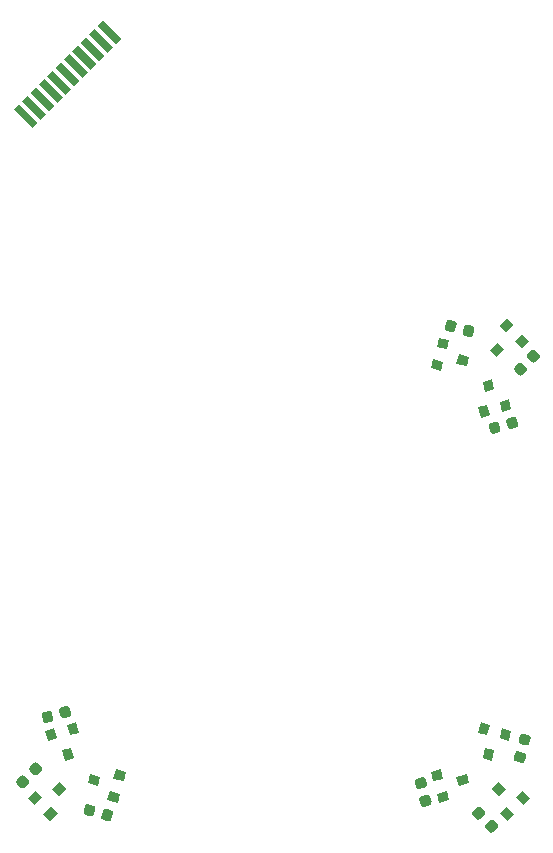
<source format=gbr>
%TF.GenerationSoftware,KiCad,Pcbnew,(5.1.10-1-10_14)*%
%TF.CreationDate,2021-10-31T06:09:43-07:00*%
%TF.ProjectId,o6DOFc_flex_pcb,6f36444f-4663-45f6-966c-65785f706362,rev?*%
%TF.SameCoordinates,Original*%
%TF.FileFunction,Paste,Top*%
%TF.FilePolarity,Positive*%
%FSLAX46Y46*%
G04 Gerber Fmt 4.6, Leading zero omitted, Abs format (unit mm)*
G04 Created by KiCad (PCBNEW (5.1.10-1-10_14)) date 2021-10-31 06:09:43*
%MOMM*%
%LPD*%
G01*
G04 APERTURE LIST*
%ADD10C,0.100000*%
G04 APERTURE END LIST*
D10*
%TO.C,U10*%
G36*
X67676919Y-29721232D02*
G01*
X69253767Y-31298080D01*
X68794147Y-31757700D01*
X67217299Y-30180852D01*
X67676919Y-29721232D01*
G37*
G36*
X66969813Y-30428339D02*
G01*
X68546661Y-32005187D01*
X68087041Y-32464807D01*
X66510193Y-30887959D01*
X66969813Y-30428339D01*
G37*
G36*
X66262706Y-31135446D02*
G01*
X67839554Y-32712294D01*
X67379934Y-33171914D01*
X65803086Y-31595066D01*
X66262706Y-31135446D01*
G37*
G36*
X65555599Y-31842553D02*
G01*
X67132447Y-33419401D01*
X66672827Y-33879021D01*
X65095979Y-32302173D01*
X65555599Y-31842553D01*
G37*
G36*
X64848492Y-32549659D02*
G01*
X66425340Y-34126507D01*
X65965720Y-34586127D01*
X64388872Y-33009279D01*
X64848492Y-32549659D01*
G37*
G36*
X64141386Y-33256766D02*
G01*
X65718234Y-34833614D01*
X65258614Y-35293234D01*
X63681766Y-33716386D01*
X64141386Y-33256766D01*
G37*
G36*
X63434279Y-33963873D02*
G01*
X65011127Y-35540721D01*
X64551507Y-36000341D01*
X62974659Y-34423493D01*
X63434279Y-33963873D01*
G37*
G36*
X62727172Y-34670980D02*
G01*
X64304020Y-36247828D01*
X63844400Y-36707448D01*
X62267552Y-35130600D01*
X62727172Y-34670980D01*
G37*
G36*
X62020065Y-35378086D02*
G01*
X63596913Y-36954934D01*
X63137293Y-37414554D01*
X61560445Y-35837706D01*
X62020065Y-35378086D01*
G37*
G36*
X61312958Y-36085193D02*
G01*
X62889806Y-37662041D01*
X62430186Y-38121661D01*
X60853338Y-36544813D01*
X61312958Y-36085193D01*
G37*
G36*
X60605852Y-36792300D02*
G01*
X62182700Y-38369148D01*
X61723080Y-38828768D01*
X60146232Y-37251920D01*
X60605852Y-36792300D01*
G37*
%TD*%
%TO.C,U9*%
G36*
X67472268Y-93771279D02*
G01*
X67265213Y-94544020D01*
X66395880Y-94311083D01*
X66602935Y-93538342D01*
X67472268Y-93771279D01*
G37*
G36*
X69649998Y-93371288D02*
G01*
X69442943Y-94144029D01*
X68573610Y-93911092D01*
X68780665Y-93138351D01*
X69649998Y-93371288D01*
G37*
G36*
X69158242Y-95206547D02*
G01*
X68951187Y-95979288D01*
X68081854Y-95746351D01*
X68288909Y-94973610D01*
X69158242Y-95206547D01*
G37*
%TD*%
%TO.C,U8*%
G36*
X64255980Y-91534787D02*
G01*
X65028721Y-91327732D01*
X65261658Y-92197065D01*
X64488917Y-92404120D01*
X64255980Y-91534787D01*
G37*
G36*
X62820712Y-89848813D02*
G01*
X63593453Y-89641758D01*
X63826390Y-90511091D01*
X63053649Y-90718146D01*
X62820712Y-89848813D01*
G37*
G36*
X64655971Y-89357057D02*
G01*
X65428712Y-89150002D01*
X65661649Y-90019335D01*
X64888908Y-90226390D01*
X64655971Y-89357057D01*
G37*
%TD*%
%TO.C,U7*%
G36*
X63971752Y-95393934D02*
G01*
X63406066Y-94828248D01*
X64042462Y-94191852D01*
X64608148Y-94757538D01*
X63971752Y-95393934D01*
G37*
G36*
X63229290Y-97479899D02*
G01*
X62663604Y-96914213D01*
X63300000Y-96277817D01*
X63865686Y-96843503D01*
X63229290Y-97479899D01*
G37*
G36*
X61885787Y-96136396D02*
G01*
X61320101Y-95570710D01*
X61956497Y-94934314D01*
X62522183Y-95500000D01*
X61885787Y-96136396D01*
G37*
%TD*%
%TO.C,U6*%
G36*
X100071279Y-91327732D02*
G01*
X100844020Y-91534787D01*
X100611083Y-92404120D01*
X99838342Y-92197065D01*
X100071279Y-91327732D01*
G37*
G36*
X99671288Y-89150002D02*
G01*
X100444029Y-89357057D01*
X100211092Y-90226390D01*
X99438351Y-90019335D01*
X99671288Y-89150002D01*
G37*
G36*
X101506547Y-89641758D02*
G01*
X102279288Y-89848813D01*
X102046351Y-90718146D01*
X101273610Y-90511091D01*
X101506547Y-89641758D01*
G37*
%TD*%
%TO.C,U5*%
G36*
X97834787Y-94544020D02*
G01*
X97627732Y-93771279D01*
X98497065Y-93538342D01*
X98704120Y-94311083D01*
X97834787Y-94544020D01*
G37*
G36*
X96148813Y-95979288D02*
G01*
X95941758Y-95206547D01*
X96811091Y-94973610D01*
X97018146Y-95746351D01*
X96148813Y-95979288D01*
G37*
G36*
X95657057Y-94144029D02*
G01*
X95450002Y-93371288D01*
X96319335Y-93138351D01*
X96526390Y-93911092D01*
X95657057Y-94144029D01*
G37*
%TD*%
%TO.C,U4*%
G36*
X101793934Y-94828248D02*
G01*
X101228248Y-95393934D01*
X100591852Y-94757538D01*
X101157538Y-94191852D01*
X101793934Y-94828248D01*
G37*
G36*
X103879899Y-95570710D02*
G01*
X103314213Y-96136396D01*
X102677817Y-95500000D01*
X103243503Y-94934314D01*
X103879899Y-95570710D01*
G37*
G36*
X102536396Y-96914213D02*
G01*
X101970710Y-97479899D01*
X101334314Y-96843503D01*
X101900000Y-96277817D01*
X102536396Y-96914213D01*
G37*
%TD*%
%TO.C,U3*%
G36*
X97627732Y-58778721D02*
G01*
X97834787Y-58005980D01*
X98704120Y-58238917D01*
X98497065Y-59011658D01*
X97627732Y-58778721D01*
G37*
G36*
X95450002Y-59178712D02*
G01*
X95657057Y-58405971D01*
X96526390Y-58638908D01*
X96319335Y-59411649D01*
X95450002Y-59178712D01*
G37*
G36*
X95941758Y-57343453D02*
G01*
X96148813Y-56570712D01*
X97018146Y-56803649D01*
X96811091Y-57576390D01*
X95941758Y-57343453D01*
G37*
%TD*%
%TO.C,U2*%
G36*
X100844020Y-60965213D02*
G01*
X100071279Y-61172268D01*
X99838342Y-60302935D01*
X100611083Y-60095880D01*
X100844020Y-60965213D01*
G37*
G36*
X102279288Y-62651187D02*
G01*
X101506547Y-62858242D01*
X101273610Y-61988909D01*
X102046351Y-61781854D01*
X102279288Y-62651187D01*
G37*
G36*
X100444029Y-63142943D02*
G01*
X99671288Y-63349998D01*
X99438351Y-62480665D01*
X100211092Y-62273610D01*
X100444029Y-63142943D01*
G37*
%TD*%
%TO.C,U1*%
G36*
X101128248Y-57006066D02*
G01*
X101693934Y-57571752D01*
X101057538Y-58208148D01*
X100491852Y-57642462D01*
X101128248Y-57006066D01*
G37*
G36*
X101870710Y-54920101D02*
G01*
X102436396Y-55485787D01*
X101800000Y-56122183D01*
X101234314Y-55556497D01*
X101870710Y-54920101D01*
G37*
G36*
X103214213Y-56263604D02*
G01*
X103779899Y-56829290D01*
X103143503Y-57465686D01*
X102577817Y-56900000D01*
X103214213Y-56263604D01*
G37*
%TD*%
%TO.C,C9*%
G36*
G01*
X67050778Y-96474402D02*
X66921369Y-96957365D01*
G75*
G02*
X66645802Y-97116464I-217333J58234D01*
G01*
X66211135Y-96999995D01*
G75*
G02*
X66052036Y-96724428I58234J217333D01*
G01*
X66181445Y-96241465D01*
G75*
G02*
X66457012Y-96082366I217333J-58234D01*
G01*
X66891679Y-96198835D01*
G75*
G02*
X67050778Y-96474402I-58234J-217333D01*
G01*
G37*
G36*
G01*
X68547964Y-96875572D02*
X68418555Y-97358535D01*
G75*
G02*
X68142988Y-97517634I-217333J58234D01*
G01*
X67708321Y-97401165D01*
G75*
G02*
X67549222Y-97125598I58234J217333D01*
G01*
X67678631Y-96642635D01*
G75*
G02*
X67954198Y-96483536I217333J-58234D01*
G01*
X68388865Y-96600005D01*
G75*
G02*
X68547964Y-96875572I-58234J-217333D01*
G01*
G37*
%TD*%
%TO.C,C8*%
G36*
G01*
X63372776Y-88343220D02*
X63502185Y-88826183D01*
G75*
G02*
X63343086Y-89101750I-217333J-58234D01*
G01*
X62908419Y-89218219D01*
G75*
G02*
X62632852Y-89059120I-58234J217333D01*
G01*
X62503443Y-88576157D01*
G75*
G02*
X62662542Y-88300590I217333J58234D01*
G01*
X63097209Y-88184121D01*
G75*
G02*
X63372776Y-88343220I58234J-217333D01*
G01*
G37*
G36*
G01*
X64869962Y-87942050D02*
X64999371Y-88425013D01*
G75*
G02*
X64840272Y-88700580I-217333J-58234D01*
G01*
X64405605Y-88817049D01*
G75*
G02*
X64130038Y-88657950I-58234J217333D01*
G01*
X64000629Y-88174987D01*
G75*
G02*
X64159728Y-87899420I217333J58234D01*
G01*
X64594395Y-87782951D01*
G75*
G02*
X64869962Y-87942050I58234J-217333D01*
G01*
G37*
%TD*%
%TO.C,C7*%
G36*
G01*
X61858579Y-93594975D02*
X61505025Y-93241421D01*
G75*
G02*
X61505025Y-92923223I159099J159099D01*
G01*
X61823223Y-92605025D01*
G75*
G02*
X62141421Y-92605025I159099J-159099D01*
G01*
X62494975Y-92958579D01*
G75*
G02*
X62494975Y-93276777I-159099J-159099D01*
G01*
X62176777Y-93594975D01*
G75*
G02*
X61858579Y-93594975I-159099J159099D01*
G01*
G37*
G36*
G01*
X60762563Y-94690991D02*
X60409009Y-94337437D01*
G75*
G02*
X60409009Y-94019239I159099J159099D01*
G01*
X60727207Y-93701041D01*
G75*
G02*
X61045405Y-93701041I159099J-159099D01*
G01*
X61398959Y-94054595D01*
G75*
G02*
X61398959Y-94372793I-159099J-159099D01*
G01*
X61080761Y-94690991D01*
G75*
G02*
X60762563Y-94690991I-159099J159099D01*
G01*
G37*
%TD*%
%TO.C,C6*%
G36*
G01*
X102873817Y-91597815D02*
X103356780Y-91727224D01*
G75*
G02*
X103515879Y-92002791I-58234J-217333D01*
G01*
X103399410Y-92437458D01*
G75*
G02*
X103123843Y-92596557I-217333J58234D01*
G01*
X102640880Y-92467148D01*
G75*
G02*
X102481781Y-92191581I58234J217333D01*
G01*
X102598250Y-91756914D01*
G75*
G02*
X102873817Y-91597815I217333J-58234D01*
G01*
G37*
G36*
G01*
X103274987Y-90100629D02*
X103757950Y-90230038D01*
G75*
G02*
X103917049Y-90505605I-58234J-217333D01*
G01*
X103800580Y-90940272D01*
G75*
G02*
X103525013Y-91099371I-217333J58234D01*
G01*
X103042050Y-90969962D01*
G75*
G02*
X102882951Y-90694395I58234J217333D01*
G01*
X102999420Y-90259728D01*
G75*
G02*
X103274987Y-90100629I217333J-58234D01*
G01*
G37*
%TD*%
%TO.C,C5*%
G36*
G01*
X94642050Y-95430038D02*
X95125013Y-95300629D01*
G75*
G02*
X95400580Y-95459728I58234J-217333D01*
G01*
X95517049Y-95894395D01*
G75*
G02*
X95357950Y-96169962I-217333J-58234D01*
G01*
X94874987Y-96299371D01*
G75*
G02*
X94599420Y-96140272I-58234J217333D01*
G01*
X94482951Y-95705605D01*
G75*
G02*
X94642050Y-95430038I217333J58234D01*
G01*
G37*
G36*
G01*
X94240880Y-93932852D02*
X94723843Y-93803443D01*
G75*
G02*
X94999410Y-93962542I58234J-217333D01*
G01*
X95115879Y-94397209D01*
G75*
G02*
X94956780Y-94672776I-217333J-58234D01*
G01*
X94473817Y-94802185D01*
G75*
G02*
X94198250Y-94643086I-58234J217333D01*
G01*
X94081781Y-94208419D01*
G75*
G02*
X94240880Y-93932852I217333J58234D01*
G01*
G37*
%TD*%
%TO.C,C4*%
G36*
G01*
X99998959Y-96993413D02*
X99645405Y-97346967D01*
G75*
G02*
X99327207Y-97346967I-159099J159099D01*
G01*
X99009009Y-97028769D01*
G75*
G02*
X99009009Y-96710571I159099J159099D01*
G01*
X99362563Y-96357017D01*
G75*
G02*
X99680761Y-96357017I159099J-159099D01*
G01*
X99998959Y-96675215D01*
G75*
G02*
X99998959Y-96993413I-159099J-159099D01*
G01*
G37*
G36*
G01*
X101094975Y-98089429D02*
X100741421Y-98442983D01*
G75*
G02*
X100423223Y-98442983I-159099J159099D01*
G01*
X100105025Y-98124785D01*
G75*
G02*
X100105025Y-97806587I159099J159099D01*
G01*
X100458579Y-97453033D01*
G75*
G02*
X100776777Y-97453033I159099J-159099D01*
G01*
X101094975Y-97771231D01*
G75*
G02*
X101094975Y-98089429I-159099J-159099D01*
G01*
G37*
%TD*%
%TO.C,C3*%
G36*
G01*
X98147815Y-56126183D02*
X98277224Y-55643220D01*
G75*
G02*
X98552791Y-55484121I217333J-58234D01*
G01*
X98987458Y-55600590D01*
G75*
G02*
X99146557Y-55876157I-58234J-217333D01*
G01*
X99017148Y-56359120D01*
G75*
G02*
X98741581Y-56518219I-217333J58234D01*
G01*
X98306914Y-56401750D01*
G75*
G02*
X98147815Y-56126183I58234J217333D01*
G01*
G37*
G36*
G01*
X96650629Y-55725013D02*
X96780038Y-55242050D01*
G75*
G02*
X97055605Y-55082951I217333J-58234D01*
G01*
X97490272Y-55199420D01*
G75*
G02*
X97649371Y-55474987I-58234J-217333D01*
G01*
X97519962Y-55957950D01*
G75*
G02*
X97244395Y-56117049I-217333J58234D01*
G01*
X96809728Y-56000580D01*
G75*
G02*
X96650629Y-55725013I58234J217333D01*
G01*
G37*
%TD*%
%TO.C,C2*%
G36*
G01*
X101978631Y-64157365D02*
X101849222Y-63674402D01*
G75*
G02*
X102008321Y-63398835I217333J58234D01*
G01*
X102442988Y-63282366D01*
G75*
G02*
X102718555Y-63441465I58234J-217333D01*
G01*
X102847964Y-63924428D01*
G75*
G02*
X102688865Y-64199995I-217333J-58234D01*
G01*
X102254198Y-64316464D01*
G75*
G02*
X101978631Y-64157365I-58234J217333D01*
G01*
G37*
G36*
G01*
X100481445Y-64558535D02*
X100352036Y-64075572D01*
G75*
G02*
X100511135Y-63800005I217333J58234D01*
G01*
X100945802Y-63683536D01*
G75*
G02*
X101221369Y-63842635I58234J-217333D01*
G01*
X101350778Y-64325598D01*
G75*
G02*
X101191679Y-64601165I-217333J-58234D01*
G01*
X100757012Y-64717634D01*
G75*
G02*
X100481445Y-64558535I-58234J217333D01*
G01*
G37*
%TD*%
%TO.C,C1*%
G36*
G01*
X103195405Y-58751041D02*
X103548959Y-59104595D01*
G75*
G02*
X103548959Y-59422793I-159099J-159099D01*
G01*
X103230761Y-59740991D01*
G75*
G02*
X102912563Y-59740991I-159099J159099D01*
G01*
X102559009Y-59387437D01*
G75*
G02*
X102559009Y-59069239I159099J159099D01*
G01*
X102877207Y-58751041D01*
G75*
G02*
X103195405Y-58751041I159099J-159099D01*
G01*
G37*
G36*
G01*
X104291421Y-57655025D02*
X104644975Y-58008579D01*
G75*
G02*
X104644975Y-58326777I-159099J-159099D01*
G01*
X104326777Y-58644975D01*
G75*
G02*
X104008579Y-58644975I-159099J159099D01*
G01*
X103655025Y-58291421D01*
G75*
G02*
X103655025Y-57973223I159099J159099D01*
G01*
X103973223Y-57655025D01*
G75*
G02*
X104291421Y-57655025I159099J-159099D01*
G01*
G37*
%TD*%
M02*

</source>
